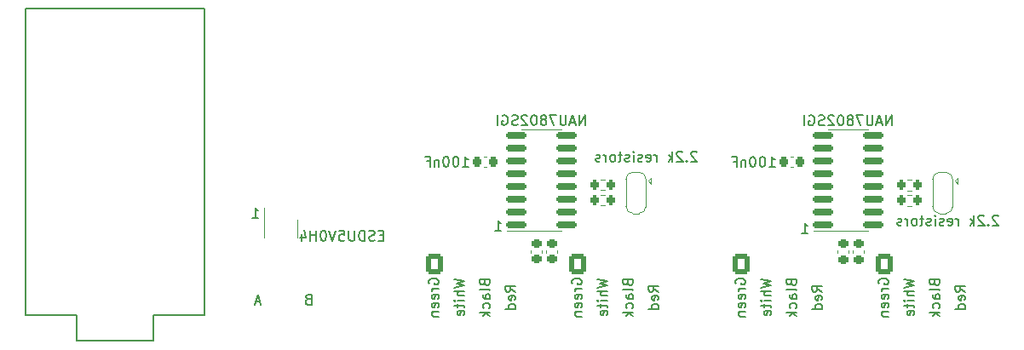
<source format=gbo>
G04 #@! TF.GenerationSoftware,KiCad,Pcbnew,(6.0.0)*
G04 #@! TF.CreationDate,2022-12-27T21:52:24-05:00*
G04 #@! TF.ProjectId,rp2040 rs485 scale breakout,72703230-3430-4207-9273-343835207363,rev?*
G04 #@! TF.SameCoordinates,Original*
G04 #@! TF.FileFunction,Legend,Bot*
G04 #@! TF.FilePolarity,Positive*
%FSLAX46Y46*%
G04 Gerber Fmt 4.6, Leading zero omitted, Abs format (unit mm)*
G04 Created by KiCad (PCBNEW (6.0.0)) date 2022-12-27 21:52:24*
%MOMM*%
%LPD*%
G01*
G04 APERTURE LIST*
G04 Aperture macros list*
%AMRoundRect*
0 Rectangle with rounded corners*
0 $1 Rounding radius*
0 $2 $3 $4 $5 $6 $7 $8 $9 X,Y pos of 4 corners*
0 Add a 4 corners polygon primitive as box body*
4,1,4,$2,$3,$4,$5,$6,$7,$8,$9,$2,$3,0*
0 Add four circle primitives for the rounded corners*
1,1,$1+$1,$2,$3*
1,1,$1+$1,$4,$5*
1,1,$1+$1,$6,$7*
1,1,$1+$1,$8,$9*
0 Add four rect primitives between the rounded corners*
20,1,$1+$1,$2,$3,$4,$5,0*
20,1,$1+$1,$4,$5,$6,$7,0*
20,1,$1+$1,$6,$7,$8,$9,0*
20,1,$1+$1,$8,$9,$2,$3,0*%
%AMFreePoly0*
4,1,22,0.550000,-0.750000,0.000000,-0.750000,0.000000,-0.745033,-0.079941,-0.743568,-0.215256,-0.701293,-0.333266,-0.622738,-0.424486,-0.514219,-0.481581,-0.384460,-0.499164,-0.250000,-0.500000,-0.250000,-0.500000,0.250000,-0.499164,0.250000,-0.499963,0.256109,-0.478152,0.396186,-0.417904,0.524511,-0.324060,0.630769,-0.204165,0.706417,-0.067858,0.745374,0.000000,0.744959,0.000000,0.750000,
0.550000,0.750000,0.550000,-0.750000,0.550000,-0.750000,$1*%
%AMFreePoly1*
4,1,20,0.000000,0.744959,0.073905,0.744508,0.209726,0.703889,0.328688,0.626782,0.421226,0.519385,0.479903,0.390333,0.500000,0.250000,0.500000,-0.250000,0.499851,-0.262216,0.476331,-0.402017,0.414519,-0.529596,0.319384,-0.634700,0.198574,-0.708877,0.061801,-0.746166,0.000000,-0.745033,0.000000,-0.750000,-0.550000,-0.750000,-0.550000,0.750000,0.000000,0.750000,0.000000,0.744959,
0.000000,0.744959,$1*%
G04 Aperture macros list end*
%ADD10C,0.150000*%
%ADD11C,0.120000*%
%ADD12R,1.524000X1.524000*%
%ADD13C,1.524000*%
%ADD14R,2.600000X2.600000*%
%ADD15C,2.600000*%
%ADD16RoundRect,0.250000X-0.600000X-0.725000X0.600000X-0.725000X0.600000X0.725000X-0.600000X0.725000X0*%
%ADD17O,1.700000X1.950000*%
%ADD18R,1.700000X1.700000*%
%ADD19C,3.200000*%
%ADD20R,1.600000X1.600000*%
%ADD21C,1.600000*%
%ADD22FreePoly0,270.000000*%
%ADD23R,1.500000X1.000000*%
%ADD24FreePoly1,270.000000*%
%ADD25RoundRect,0.200000X0.200000X0.275000X-0.200000X0.275000X-0.200000X-0.275000X0.200000X-0.275000X0*%
%ADD26R,0.650000X1.560000*%
%ADD27RoundRect,0.225000X-0.250000X0.225000X-0.250000X-0.225000X0.250000X-0.225000X0.250000X0.225000X0*%
%ADD28RoundRect,0.150000X-0.825000X-0.150000X0.825000X-0.150000X0.825000X0.150000X-0.825000X0.150000X0*%
%ADD29RoundRect,0.225000X0.225000X0.250000X-0.225000X0.250000X-0.225000X-0.250000X0.225000X-0.250000X0*%
G04 APERTURE END LIST*
D10*
X204414380Y-137858571D02*
X203938190Y-137525238D01*
X204414380Y-137287142D02*
X203414380Y-137287142D01*
X203414380Y-137668095D01*
X203462000Y-137763333D01*
X203509619Y-137810952D01*
X203604857Y-137858571D01*
X203747714Y-137858571D01*
X203842952Y-137810952D01*
X203890571Y-137763333D01*
X203938190Y-137668095D01*
X203938190Y-137287142D01*
X204366761Y-138668095D02*
X204414380Y-138572857D01*
X204414380Y-138382380D01*
X204366761Y-138287142D01*
X204271523Y-138239523D01*
X203890571Y-138239523D01*
X203795333Y-138287142D01*
X203747714Y-138382380D01*
X203747714Y-138572857D01*
X203795333Y-138668095D01*
X203890571Y-138715714D01*
X203985809Y-138715714D01*
X204081047Y-138239523D01*
X204414380Y-139572857D02*
X203414380Y-139572857D01*
X204366761Y-139572857D02*
X204414380Y-139477619D01*
X204414380Y-139287142D01*
X204366761Y-139191904D01*
X204319142Y-139144285D01*
X204223904Y-139096666D01*
X203938190Y-139096666D01*
X203842952Y-139144285D01*
X203795333Y-139191904D01*
X203747714Y-139287142D01*
X203747714Y-139477619D01*
X203795333Y-139572857D01*
X179586000Y-137072857D02*
X179538380Y-136977619D01*
X179538380Y-136834761D01*
X179586000Y-136691904D01*
X179681238Y-136596666D01*
X179776476Y-136549047D01*
X179966952Y-136501428D01*
X180109809Y-136501428D01*
X180300285Y-136549047D01*
X180395523Y-136596666D01*
X180490761Y-136691904D01*
X180538380Y-136834761D01*
X180538380Y-136930000D01*
X180490761Y-137072857D01*
X180443142Y-137120476D01*
X180109809Y-137120476D01*
X180109809Y-136930000D01*
X180538380Y-137549047D02*
X179871714Y-137549047D01*
X180062190Y-137549047D02*
X179966952Y-137596666D01*
X179919333Y-137644285D01*
X179871714Y-137739523D01*
X179871714Y-137834761D01*
X180490761Y-138549047D02*
X180538380Y-138453809D01*
X180538380Y-138263333D01*
X180490761Y-138168095D01*
X180395523Y-138120476D01*
X180014571Y-138120476D01*
X179919333Y-138168095D01*
X179871714Y-138263333D01*
X179871714Y-138453809D01*
X179919333Y-138549047D01*
X180014571Y-138596666D01*
X180109809Y-138596666D01*
X180205047Y-138120476D01*
X180490761Y-139406190D02*
X180538380Y-139310952D01*
X180538380Y-139120476D01*
X180490761Y-139025238D01*
X180395523Y-138977619D01*
X180014571Y-138977619D01*
X179919333Y-139025238D01*
X179871714Y-139120476D01*
X179871714Y-139310952D01*
X179919333Y-139406190D01*
X180014571Y-139453809D01*
X180109809Y-139453809D01*
X180205047Y-138977619D01*
X179871714Y-139882380D02*
X180538380Y-139882380D01*
X179966952Y-139882380D02*
X179919333Y-139930000D01*
X179871714Y-140025238D01*
X179871714Y-140168095D01*
X179919333Y-140263333D01*
X180014571Y-140310952D01*
X180538380Y-140310952D01*
X173934380Y-137858571D02*
X173458190Y-137525238D01*
X173934380Y-137287142D02*
X172934380Y-137287142D01*
X172934380Y-137668095D01*
X172982000Y-137763333D01*
X173029619Y-137810952D01*
X173124857Y-137858571D01*
X173267714Y-137858571D01*
X173362952Y-137810952D01*
X173410571Y-137763333D01*
X173458190Y-137668095D01*
X173458190Y-137287142D01*
X173886761Y-138668095D02*
X173934380Y-138572857D01*
X173934380Y-138382380D01*
X173886761Y-138287142D01*
X173791523Y-138239523D01*
X173410571Y-138239523D01*
X173315333Y-138287142D01*
X173267714Y-138382380D01*
X173267714Y-138572857D01*
X173315333Y-138668095D01*
X173410571Y-138715714D01*
X173505809Y-138715714D01*
X173601047Y-138239523D01*
X173934380Y-139572857D02*
X172934380Y-139572857D01*
X173886761Y-139572857D02*
X173934380Y-139477619D01*
X173934380Y-139287142D01*
X173886761Y-139191904D01*
X173839142Y-139144285D01*
X173743904Y-139096666D01*
X173458190Y-139096666D01*
X173362952Y-139144285D01*
X173315333Y-139191904D01*
X173267714Y-139287142D01*
X173267714Y-139477619D01*
X173315333Y-139572857D01*
X221939809Y-130357619D02*
X221892190Y-130310000D01*
X221796952Y-130262380D01*
X221558857Y-130262380D01*
X221463619Y-130310000D01*
X221416000Y-130357619D01*
X221368380Y-130452857D01*
X221368380Y-130548095D01*
X221416000Y-130690952D01*
X221987428Y-131262380D01*
X221368380Y-131262380D01*
X220939809Y-131167142D02*
X220892190Y-131214761D01*
X220939809Y-131262380D01*
X220987428Y-131214761D01*
X220939809Y-131167142D01*
X220939809Y-131262380D01*
X220511238Y-130357619D02*
X220463619Y-130310000D01*
X220368380Y-130262380D01*
X220130285Y-130262380D01*
X220035047Y-130310000D01*
X219987428Y-130357619D01*
X219939809Y-130452857D01*
X219939809Y-130548095D01*
X219987428Y-130690952D01*
X220558857Y-131262380D01*
X219939809Y-131262380D01*
X219511238Y-131262380D02*
X219511238Y-130262380D01*
X219416000Y-130881428D02*
X219130285Y-131262380D01*
X219130285Y-130595714D02*
X219511238Y-130976666D01*
X217939809Y-131262380D02*
X217939809Y-130595714D01*
X217939809Y-130786190D02*
X217892190Y-130690952D01*
X217844571Y-130643333D01*
X217749333Y-130595714D01*
X217654095Y-130595714D01*
X216939809Y-131214761D02*
X217035047Y-131262380D01*
X217225523Y-131262380D01*
X217320761Y-131214761D01*
X217368380Y-131119523D01*
X217368380Y-130738571D01*
X217320761Y-130643333D01*
X217225523Y-130595714D01*
X217035047Y-130595714D01*
X216939809Y-130643333D01*
X216892190Y-130738571D01*
X216892190Y-130833809D01*
X217368380Y-130929047D01*
X216511238Y-131214761D02*
X216416000Y-131262380D01*
X216225523Y-131262380D01*
X216130285Y-131214761D01*
X216082666Y-131119523D01*
X216082666Y-131071904D01*
X216130285Y-130976666D01*
X216225523Y-130929047D01*
X216368380Y-130929047D01*
X216463619Y-130881428D01*
X216511238Y-130786190D01*
X216511238Y-130738571D01*
X216463619Y-130643333D01*
X216368380Y-130595714D01*
X216225523Y-130595714D01*
X216130285Y-130643333D01*
X215654095Y-131262380D02*
X215654095Y-130595714D01*
X215654095Y-130262380D02*
X215701714Y-130310000D01*
X215654095Y-130357619D01*
X215606476Y-130310000D01*
X215654095Y-130262380D01*
X215654095Y-130357619D01*
X215225523Y-131214761D02*
X215130285Y-131262380D01*
X214939809Y-131262380D01*
X214844571Y-131214761D01*
X214796952Y-131119523D01*
X214796952Y-131071904D01*
X214844571Y-130976666D01*
X214939809Y-130929047D01*
X215082666Y-130929047D01*
X215177904Y-130881428D01*
X215225523Y-130786190D01*
X215225523Y-130738571D01*
X215177904Y-130643333D01*
X215082666Y-130595714D01*
X214939809Y-130595714D01*
X214844571Y-130643333D01*
X214511238Y-130595714D02*
X214130285Y-130595714D01*
X214368380Y-130262380D02*
X214368380Y-131119523D01*
X214320761Y-131214761D01*
X214225523Y-131262380D01*
X214130285Y-131262380D01*
X213654095Y-131262380D02*
X213749333Y-131214761D01*
X213796952Y-131167142D01*
X213844571Y-131071904D01*
X213844571Y-130786190D01*
X213796952Y-130690952D01*
X213749333Y-130643333D01*
X213654095Y-130595714D01*
X213511238Y-130595714D01*
X213416000Y-130643333D01*
X213368380Y-130690952D01*
X213320761Y-130786190D01*
X213320761Y-131071904D01*
X213368380Y-131167142D01*
X213416000Y-131214761D01*
X213511238Y-131262380D01*
X213654095Y-131262380D01*
X212892190Y-131262380D02*
X212892190Y-130595714D01*
X212892190Y-130786190D02*
X212844571Y-130690952D01*
X212796952Y-130643333D01*
X212701714Y-130595714D01*
X212606476Y-130595714D01*
X212320761Y-131214761D02*
X212225523Y-131262380D01*
X212035047Y-131262380D01*
X211939809Y-131214761D01*
X211892190Y-131119523D01*
X211892190Y-131071904D01*
X211939809Y-130976666D01*
X212035047Y-130929047D01*
X212177904Y-130929047D01*
X212273142Y-130881428D01*
X212320761Y-130786190D01*
X212320761Y-130738571D01*
X212273142Y-130643333D01*
X212177904Y-130595714D01*
X212035047Y-130595714D01*
X211939809Y-130643333D01*
X212558380Y-136596666D02*
X213558380Y-136834761D01*
X212844095Y-137025238D01*
X213558380Y-137215714D01*
X212558380Y-137453809D01*
X213558380Y-137834761D02*
X212558380Y-137834761D01*
X213558380Y-138263333D02*
X213034571Y-138263333D01*
X212939333Y-138215714D01*
X212891714Y-138120476D01*
X212891714Y-137977619D01*
X212939333Y-137882380D01*
X212986952Y-137834761D01*
X213558380Y-138739523D02*
X212891714Y-138739523D01*
X212558380Y-138739523D02*
X212606000Y-138691904D01*
X212653619Y-138739523D01*
X212606000Y-138787142D01*
X212558380Y-138739523D01*
X212653619Y-138739523D01*
X212891714Y-139072857D02*
X212891714Y-139453809D01*
X212558380Y-139215714D02*
X213415523Y-139215714D01*
X213510761Y-139263333D01*
X213558380Y-139358571D01*
X213558380Y-139453809D01*
X213510761Y-140168095D02*
X213558380Y-140072857D01*
X213558380Y-139882380D01*
X213510761Y-139787142D01*
X213415523Y-139739523D01*
X213034571Y-139739523D01*
X212939333Y-139787142D01*
X212891714Y-139882380D01*
X212891714Y-140072857D01*
X212939333Y-140168095D01*
X213034571Y-140215714D01*
X213129809Y-140215714D01*
X213225047Y-139739523D01*
X148574095Y-138850666D02*
X148097904Y-138850666D01*
X148669333Y-139136380D02*
X148336000Y-138136380D01*
X148002666Y-139136380D01*
X218638380Y-137858571D02*
X218162190Y-137525238D01*
X218638380Y-137287142D02*
X217638380Y-137287142D01*
X217638380Y-137668095D01*
X217686000Y-137763333D01*
X217733619Y-137810952D01*
X217828857Y-137858571D01*
X217971714Y-137858571D01*
X218066952Y-137810952D01*
X218114571Y-137763333D01*
X218162190Y-137668095D01*
X218162190Y-137287142D01*
X218590761Y-138668095D02*
X218638380Y-138572857D01*
X218638380Y-138382380D01*
X218590761Y-138287142D01*
X218495523Y-138239523D01*
X218114571Y-138239523D01*
X218019333Y-138287142D01*
X217971714Y-138382380D01*
X217971714Y-138572857D01*
X218019333Y-138668095D01*
X218114571Y-138715714D01*
X218209809Y-138715714D01*
X218305047Y-138239523D01*
X218638380Y-139572857D02*
X217638380Y-139572857D01*
X218590761Y-139572857D02*
X218638380Y-139477619D01*
X218638380Y-139287142D01*
X218590761Y-139191904D01*
X218543142Y-139144285D01*
X218447904Y-139096666D01*
X218162190Y-139096666D01*
X218066952Y-139144285D01*
X218019333Y-139191904D01*
X217971714Y-139287142D01*
X217971714Y-139477619D01*
X218019333Y-139572857D01*
X147796285Y-130500380D02*
X148367714Y-130500380D01*
X148082000Y-130500380D02*
X148082000Y-129500380D01*
X148177238Y-129643238D01*
X148272476Y-129738476D01*
X148367714Y-129786095D01*
X191967809Y-124007619D02*
X191920190Y-123960000D01*
X191824952Y-123912380D01*
X191586857Y-123912380D01*
X191491619Y-123960000D01*
X191444000Y-124007619D01*
X191396380Y-124102857D01*
X191396380Y-124198095D01*
X191444000Y-124340952D01*
X192015428Y-124912380D01*
X191396380Y-124912380D01*
X190967809Y-124817142D02*
X190920190Y-124864761D01*
X190967809Y-124912380D01*
X191015428Y-124864761D01*
X190967809Y-124817142D01*
X190967809Y-124912380D01*
X190539238Y-124007619D02*
X190491619Y-123960000D01*
X190396380Y-123912380D01*
X190158285Y-123912380D01*
X190063047Y-123960000D01*
X190015428Y-124007619D01*
X189967809Y-124102857D01*
X189967809Y-124198095D01*
X190015428Y-124340952D01*
X190586857Y-124912380D01*
X189967809Y-124912380D01*
X189539238Y-124912380D02*
X189539238Y-123912380D01*
X189444000Y-124531428D02*
X189158285Y-124912380D01*
X189158285Y-124245714D02*
X189539238Y-124626666D01*
X187967809Y-124912380D02*
X187967809Y-124245714D01*
X187967809Y-124436190D02*
X187920190Y-124340952D01*
X187872571Y-124293333D01*
X187777333Y-124245714D01*
X187682095Y-124245714D01*
X186967809Y-124864761D02*
X187063047Y-124912380D01*
X187253523Y-124912380D01*
X187348761Y-124864761D01*
X187396380Y-124769523D01*
X187396380Y-124388571D01*
X187348761Y-124293333D01*
X187253523Y-124245714D01*
X187063047Y-124245714D01*
X186967809Y-124293333D01*
X186920190Y-124388571D01*
X186920190Y-124483809D01*
X187396380Y-124579047D01*
X186539238Y-124864761D02*
X186444000Y-124912380D01*
X186253523Y-124912380D01*
X186158285Y-124864761D01*
X186110666Y-124769523D01*
X186110666Y-124721904D01*
X186158285Y-124626666D01*
X186253523Y-124579047D01*
X186396380Y-124579047D01*
X186491619Y-124531428D01*
X186539238Y-124436190D01*
X186539238Y-124388571D01*
X186491619Y-124293333D01*
X186396380Y-124245714D01*
X186253523Y-124245714D01*
X186158285Y-124293333D01*
X185682095Y-124912380D02*
X185682095Y-124245714D01*
X185682095Y-123912380D02*
X185729714Y-123960000D01*
X185682095Y-124007619D01*
X185634476Y-123960000D01*
X185682095Y-123912380D01*
X185682095Y-124007619D01*
X185253523Y-124864761D02*
X185158285Y-124912380D01*
X184967809Y-124912380D01*
X184872571Y-124864761D01*
X184824952Y-124769523D01*
X184824952Y-124721904D01*
X184872571Y-124626666D01*
X184967809Y-124579047D01*
X185110666Y-124579047D01*
X185205904Y-124531428D01*
X185253523Y-124436190D01*
X185253523Y-124388571D01*
X185205904Y-124293333D01*
X185110666Y-124245714D01*
X184967809Y-124245714D01*
X184872571Y-124293333D01*
X184539238Y-124245714D02*
X184158285Y-124245714D01*
X184396380Y-123912380D02*
X184396380Y-124769523D01*
X184348761Y-124864761D01*
X184253523Y-124912380D01*
X184158285Y-124912380D01*
X183682095Y-124912380D02*
X183777333Y-124864761D01*
X183824952Y-124817142D01*
X183872571Y-124721904D01*
X183872571Y-124436190D01*
X183824952Y-124340952D01*
X183777333Y-124293333D01*
X183682095Y-124245714D01*
X183539238Y-124245714D01*
X183444000Y-124293333D01*
X183396380Y-124340952D01*
X183348761Y-124436190D01*
X183348761Y-124721904D01*
X183396380Y-124817142D01*
X183444000Y-124864761D01*
X183539238Y-124912380D01*
X183682095Y-124912380D01*
X182920190Y-124912380D02*
X182920190Y-124245714D01*
X182920190Y-124436190D02*
X182872571Y-124340952D01*
X182824952Y-124293333D01*
X182729714Y-124245714D01*
X182634476Y-124245714D01*
X182348761Y-124864761D02*
X182253523Y-124912380D01*
X182063047Y-124912380D01*
X181967809Y-124864761D01*
X181920190Y-124769523D01*
X181920190Y-124721904D01*
X181967809Y-124626666D01*
X182063047Y-124579047D01*
X182205904Y-124579047D01*
X182301142Y-124531428D01*
X182348761Y-124436190D01*
X182348761Y-124388571D01*
X182301142Y-124293333D01*
X182205904Y-124245714D01*
X182063047Y-124245714D01*
X181967809Y-124293333D01*
X185094571Y-136953809D02*
X185142190Y-137096666D01*
X185189809Y-137144285D01*
X185285047Y-137191904D01*
X185427904Y-137191904D01*
X185523142Y-137144285D01*
X185570761Y-137096666D01*
X185618380Y-137001428D01*
X185618380Y-136620476D01*
X184618380Y-136620476D01*
X184618380Y-136953809D01*
X184666000Y-137049047D01*
X184713619Y-137096666D01*
X184808857Y-137144285D01*
X184904095Y-137144285D01*
X184999333Y-137096666D01*
X185046952Y-137049047D01*
X185094571Y-136953809D01*
X185094571Y-136620476D01*
X185618380Y-137763333D02*
X185570761Y-137668095D01*
X185475523Y-137620476D01*
X184618380Y-137620476D01*
X185618380Y-138572857D02*
X185094571Y-138572857D01*
X184999333Y-138525238D01*
X184951714Y-138430000D01*
X184951714Y-138239523D01*
X184999333Y-138144285D01*
X185570761Y-138572857D02*
X185618380Y-138477619D01*
X185618380Y-138239523D01*
X185570761Y-138144285D01*
X185475523Y-138096666D01*
X185380285Y-138096666D01*
X185285047Y-138144285D01*
X185237428Y-138239523D01*
X185237428Y-138477619D01*
X185189809Y-138572857D01*
X185570761Y-139477619D02*
X185618380Y-139382380D01*
X185618380Y-139191904D01*
X185570761Y-139096666D01*
X185523142Y-139049047D01*
X185427904Y-139001428D01*
X185142190Y-139001428D01*
X185046952Y-139049047D01*
X184999333Y-139096666D01*
X184951714Y-139191904D01*
X184951714Y-139382380D01*
X184999333Y-139477619D01*
X185618380Y-139906190D02*
X184618380Y-139906190D01*
X185237428Y-140001428D02*
X185618380Y-140287142D01*
X184951714Y-140287142D02*
X185332666Y-139906190D01*
X167854380Y-136596666D02*
X168854380Y-136834761D01*
X168140095Y-137025238D01*
X168854380Y-137215714D01*
X167854380Y-137453809D01*
X168854380Y-137834761D02*
X167854380Y-137834761D01*
X168854380Y-138263333D02*
X168330571Y-138263333D01*
X168235333Y-138215714D01*
X168187714Y-138120476D01*
X168187714Y-137977619D01*
X168235333Y-137882380D01*
X168282952Y-137834761D01*
X168854380Y-138739523D02*
X168187714Y-138739523D01*
X167854380Y-138739523D02*
X167902000Y-138691904D01*
X167949619Y-138739523D01*
X167902000Y-138787142D01*
X167854380Y-138739523D01*
X167949619Y-138739523D01*
X168187714Y-139072857D02*
X168187714Y-139453809D01*
X167854380Y-139215714D02*
X168711523Y-139215714D01*
X168806761Y-139263333D01*
X168854380Y-139358571D01*
X168854380Y-139453809D01*
X168806761Y-140168095D02*
X168854380Y-140072857D01*
X168854380Y-139882380D01*
X168806761Y-139787142D01*
X168711523Y-139739523D01*
X168330571Y-139739523D01*
X168235333Y-139787142D01*
X168187714Y-139882380D01*
X168187714Y-140072857D01*
X168235333Y-140168095D01*
X168330571Y-140215714D01*
X168425809Y-140215714D01*
X168521047Y-139739523D01*
X195842000Y-137072857D02*
X195794380Y-136977619D01*
X195794380Y-136834761D01*
X195842000Y-136691904D01*
X195937238Y-136596666D01*
X196032476Y-136549047D01*
X196222952Y-136501428D01*
X196365809Y-136501428D01*
X196556285Y-136549047D01*
X196651523Y-136596666D01*
X196746761Y-136691904D01*
X196794380Y-136834761D01*
X196794380Y-136930000D01*
X196746761Y-137072857D01*
X196699142Y-137120476D01*
X196365809Y-137120476D01*
X196365809Y-136930000D01*
X196794380Y-137549047D02*
X196127714Y-137549047D01*
X196318190Y-137549047D02*
X196222952Y-137596666D01*
X196175333Y-137644285D01*
X196127714Y-137739523D01*
X196127714Y-137834761D01*
X196746761Y-138549047D02*
X196794380Y-138453809D01*
X196794380Y-138263333D01*
X196746761Y-138168095D01*
X196651523Y-138120476D01*
X196270571Y-138120476D01*
X196175333Y-138168095D01*
X196127714Y-138263333D01*
X196127714Y-138453809D01*
X196175333Y-138549047D01*
X196270571Y-138596666D01*
X196365809Y-138596666D01*
X196461047Y-138120476D01*
X196746761Y-139406190D02*
X196794380Y-139310952D01*
X196794380Y-139120476D01*
X196746761Y-139025238D01*
X196651523Y-138977619D01*
X196270571Y-138977619D01*
X196175333Y-139025238D01*
X196127714Y-139120476D01*
X196127714Y-139310952D01*
X196175333Y-139406190D01*
X196270571Y-139453809D01*
X196365809Y-139453809D01*
X196461047Y-138977619D01*
X196127714Y-139882380D02*
X196794380Y-139882380D01*
X196222952Y-139882380D02*
X196175333Y-139930000D01*
X196127714Y-140025238D01*
X196127714Y-140168095D01*
X196175333Y-140263333D01*
X196270571Y-140310952D01*
X196794380Y-140310952D01*
X215574571Y-136953809D02*
X215622190Y-137096666D01*
X215669809Y-137144285D01*
X215765047Y-137191904D01*
X215907904Y-137191904D01*
X216003142Y-137144285D01*
X216050761Y-137096666D01*
X216098380Y-137001428D01*
X216098380Y-136620476D01*
X215098380Y-136620476D01*
X215098380Y-136953809D01*
X215146000Y-137049047D01*
X215193619Y-137096666D01*
X215288857Y-137144285D01*
X215384095Y-137144285D01*
X215479333Y-137096666D01*
X215526952Y-137049047D01*
X215574571Y-136953809D01*
X215574571Y-136620476D01*
X216098380Y-137763333D02*
X216050761Y-137668095D01*
X215955523Y-137620476D01*
X215098380Y-137620476D01*
X216098380Y-138572857D02*
X215574571Y-138572857D01*
X215479333Y-138525238D01*
X215431714Y-138430000D01*
X215431714Y-138239523D01*
X215479333Y-138144285D01*
X216050761Y-138572857D02*
X216098380Y-138477619D01*
X216098380Y-138239523D01*
X216050761Y-138144285D01*
X215955523Y-138096666D01*
X215860285Y-138096666D01*
X215765047Y-138144285D01*
X215717428Y-138239523D01*
X215717428Y-138477619D01*
X215669809Y-138572857D01*
X216050761Y-139477619D02*
X216098380Y-139382380D01*
X216098380Y-139191904D01*
X216050761Y-139096666D01*
X216003142Y-139049047D01*
X215907904Y-139001428D01*
X215622190Y-139001428D01*
X215526952Y-139049047D01*
X215479333Y-139096666D01*
X215431714Y-139191904D01*
X215431714Y-139382380D01*
X215479333Y-139477619D01*
X216098380Y-139906190D02*
X215098380Y-139906190D01*
X215717428Y-140001428D02*
X216098380Y-140287142D01*
X215431714Y-140287142D02*
X215812666Y-139906190D01*
X170870571Y-136953809D02*
X170918190Y-137096666D01*
X170965809Y-137144285D01*
X171061047Y-137191904D01*
X171203904Y-137191904D01*
X171299142Y-137144285D01*
X171346761Y-137096666D01*
X171394380Y-137001428D01*
X171394380Y-136620476D01*
X170394380Y-136620476D01*
X170394380Y-136953809D01*
X170442000Y-137049047D01*
X170489619Y-137096666D01*
X170584857Y-137144285D01*
X170680095Y-137144285D01*
X170775333Y-137096666D01*
X170822952Y-137049047D01*
X170870571Y-136953809D01*
X170870571Y-136620476D01*
X171394380Y-137763333D02*
X171346761Y-137668095D01*
X171251523Y-137620476D01*
X170394380Y-137620476D01*
X171394380Y-138572857D02*
X170870571Y-138572857D01*
X170775333Y-138525238D01*
X170727714Y-138430000D01*
X170727714Y-138239523D01*
X170775333Y-138144285D01*
X171346761Y-138572857D02*
X171394380Y-138477619D01*
X171394380Y-138239523D01*
X171346761Y-138144285D01*
X171251523Y-138096666D01*
X171156285Y-138096666D01*
X171061047Y-138144285D01*
X171013428Y-138239523D01*
X171013428Y-138477619D01*
X170965809Y-138572857D01*
X171346761Y-139477619D02*
X171394380Y-139382380D01*
X171394380Y-139191904D01*
X171346761Y-139096666D01*
X171299142Y-139049047D01*
X171203904Y-139001428D01*
X170918190Y-139001428D01*
X170822952Y-139049047D01*
X170775333Y-139096666D01*
X170727714Y-139191904D01*
X170727714Y-139382380D01*
X170775333Y-139477619D01*
X171394380Y-139906190D02*
X170394380Y-139906190D01*
X171013428Y-140001428D02*
X171394380Y-140287142D01*
X170727714Y-140287142D02*
X171108666Y-139906190D01*
X171926285Y-131770380D02*
X172497714Y-131770380D01*
X172212000Y-131770380D02*
X172212000Y-130770380D01*
X172307238Y-130913238D01*
X172402476Y-131008476D01*
X172497714Y-131056095D01*
X198334380Y-136596666D02*
X199334380Y-136834761D01*
X198620095Y-137025238D01*
X199334380Y-137215714D01*
X198334380Y-137453809D01*
X199334380Y-137834761D02*
X198334380Y-137834761D01*
X199334380Y-138263333D02*
X198810571Y-138263333D01*
X198715333Y-138215714D01*
X198667714Y-138120476D01*
X198667714Y-137977619D01*
X198715333Y-137882380D01*
X198762952Y-137834761D01*
X199334380Y-138739523D02*
X198667714Y-138739523D01*
X198334380Y-138739523D02*
X198382000Y-138691904D01*
X198429619Y-138739523D01*
X198382000Y-138787142D01*
X198334380Y-138739523D01*
X198429619Y-138739523D01*
X198667714Y-139072857D02*
X198667714Y-139453809D01*
X198334380Y-139215714D02*
X199191523Y-139215714D01*
X199286761Y-139263333D01*
X199334380Y-139358571D01*
X199334380Y-139453809D01*
X199286761Y-140168095D02*
X199334380Y-140072857D01*
X199334380Y-139882380D01*
X199286761Y-139787142D01*
X199191523Y-139739523D01*
X198810571Y-139739523D01*
X198715333Y-139787142D01*
X198667714Y-139882380D01*
X198667714Y-140072857D01*
X198715333Y-140168095D01*
X198810571Y-140215714D01*
X198905809Y-140215714D01*
X199001047Y-139739523D01*
X153344571Y-138612571D02*
X153201714Y-138660190D01*
X153154095Y-138707809D01*
X153106476Y-138803047D01*
X153106476Y-138945904D01*
X153154095Y-139041142D01*
X153201714Y-139088761D01*
X153296952Y-139136380D01*
X153677904Y-139136380D01*
X153677904Y-138136380D01*
X153344571Y-138136380D01*
X153249333Y-138184000D01*
X153201714Y-138231619D01*
X153154095Y-138326857D01*
X153154095Y-138422095D01*
X153201714Y-138517333D01*
X153249333Y-138564952D01*
X153344571Y-138612571D01*
X153677904Y-138612571D01*
X165362000Y-137072857D02*
X165314380Y-136977619D01*
X165314380Y-136834761D01*
X165362000Y-136691904D01*
X165457238Y-136596666D01*
X165552476Y-136549047D01*
X165742952Y-136501428D01*
X165885809Y-136501428D01*
X166076285Y-136549047D01*
X166171523Y-136596666D01*
X166266761Y-136691904D01*
X166314380Y-136834761D01*
X166314380Y-136930000D01*
X166266761Y-137072857D01*
X166219142Y-137120476D01*
X165885809Y-137120476D01*
X165885809Y-136930000D01*
X166314380Y-137549047D02*
X165647714Y-137549047D01*
X165838190Y-137549047D02*
X165742952Y-137596666D01*
X165695333Y-137644285D01*
X165647714Y-137739523D01*
X165647714Y-137834761D01*
X166266761Y-138549047D02*
X166314380Y-138453809D01*
X166314380Y-138263333D01*
X166266761Y-138168095D01*
X166171523Y-138120476D01*
X165790571Y-138120476D01*
X165695333Y-138168095D01*
X165647714Y-138263333D01*
X165647714Y-138453809D01*
X165695333Y-138549047D01*
X165790571Y-138596666D01*
X165885809Y-138596666D01*
X165981047Y-138120476D01*
X166266761Y-139406190D02*
X166314380Y-139310952D01*
X166314380Y-139120476D01*
X166266761Y-139025238D01*
X166171523Y-138977619D01*
X165790571Y-138977619D01*
X165695333Y-139025238D01*
X165647714Y-139120476D01*
X165647714Y-139310952D01*
X165695333Y-139406190D01*
X165790571Y-139453809D01*
X165885809Y-139453809D01*
X165981047Y-138977619D01*
X165647714Y-139882380D02*
X166314380Y-139882380D01*
X165742952Y-139882380D02*
X165695333Y-139930000D01*
X165647714Y-140025238D01*
X165647714Y-140168095D01*
X165695333Y-140263333D01*
X165790571Y-140310952D01*
X166314380Y-140310952D01*
X182078380Y-136596666D02*
X183078380Y-136834761D01*
X182364095Y-137025238D01*
X183078380Y-137215714D01*
X182078380Y-137453809D01*
X183078380Y-137834761D02*
X182078380Y-137834761D01*
X183078380Y-138263333D02*
X182554571Y-138263333D01*
X182459333Y-138215714D01*
X182411714Y-138120476D01*
X182411714Y-137977619D01*
X182459333Y-137882380D01*
X182506952Y-137834761D01*
X183078380Y-138739523D02*
X182411714Y-138739523D01*
X182078380Y-138739523D02*
X182126000Y-138691904D01*
X182173619Y-138739523D01*
X182126000Y-138787142D01*
X182078380Y-138739523D01*
X182173619Y-138739523D01*
X182411714Y-139072857D02*
X182411714Y-139453809D01*
X182078380Y-139215714D02*
X182935523Y-139215714D01*
X183030761Y-139263333D01*
X183078380Y-139358571D01*
X183078380Y-139453809D01*
X183030761Y-140168095D02*
X183078380Y-140072857D01*
X183078380Y-139882380D01*
X183030761Y-139787142D01*
X182935523Y-139739523D01*
X182554571Y-139739523D01*
X182459333Y-139787142D01*
X182411714Y-139882380D01*
X182411714Y-140072857D01*
X182459333Y-140168095D01*
X182554571Y-140215714D01*
X182649809Y-140215714D01*
X182745047Y-139739523D01*
X201350571Y-136953809D02*
X201398190Y-137096666D01*
X201445809Y-137144285D01*
X201541047Y-137191904D01*
X201683904Y-137191904D01*
X201779142Y-137144285D01*
X201826761Y-137096666D01*
X201874380Y-137001428D01*
X201874380Y-136620476D01*
X200874380Y-136620476D01*
X200874380Y-136953809D01*
X200922000Y-137049047D01*
X200969619Y-137096666D01*
X201064857Y-137144285D01*
X201160095Y-137144285D01*
X201255333Y-137096666D01*
X201302952Y-137049047D01*
X201350571Y-136953809D01*
X201350571Y-136620476D01*
X201874380Y-137763333D02*
X201826761Y-137668095D01*
X201731523Y-137620476D01*
X200874380Y-137620476D01*
X201874380Y-138572857D02*
X201350571Y-138572857D01*
X201255333Y-138525238D01*
X201207714Y-138430000D01*
X201207714Y-138239523D01*
X201255333Y-138144285D01*
X201826761Y-138572857D02*
X201874380Y-138477619D01*
X201874380Y-138239523D01*
X201826761Y-138144285D01*
X201731523Y-138096666D01*
X201636285Y-138096666D01*
X201541047Y-138144285D01*
X201493428Y-138239523D01*
X201493428Y-138477619D01*
X201445809Y-138572857D01*
X201826761Y-139477619D02*
X201874380Y-139382380D01*
X201874380Y-139191904D01*
X201826761Y-139096666D01*
X201779142Y-139049047D01*
X201683904Y-139001428D01*
X201398190Y-139001428D01*
X201302952Y-139049047D01*
X201255333Y-139096666D01*
X201207714Y-139191904D01*
X201207714Y-139382380D01*
X201255333Y-139477619D01*
X201874380Y-139906190D02*
X200874380Y-139906190D01*
X201493428Y-140001428D02*
X201874380Y-140287142D01*
X201207714Y-140287142D02*
X201588666Y-139906190D01*
X202406285Y-132024380D02*
X202977714Y-132024380D01*
X202692000Y-132024380D02*
X202692000Y-131024380D01*
X202787238Y-131167238D01*
X202882476Y-131262476D01*
X202977714Y-131310095D01*
X188158380Y-137858571D02*
X187682190Y-137525238D01*
X188158380Y-137287142D02*
X187158380Y-137287142D01*
X187158380Y-137668095D01*
X187206000Y-137763333D01*
X187253619Y-137810952D01*
X187348857Y-137858571D01*
X187491714Y-137858571D01*
X187586952Y-137810952D01*
X187634571Y-137763333D01*
X187682190Y-137668095D01*
X187682190Y-137287142D01*
X188110761Y-138668095D02*
X188158380Y-138572857D01*
X188158380Y-138382380D01*
X188110761Y-138287142D01*
X188015523Y-138239523D01*
X187634571Y-138239523D01*
X187539333Y-138287142D01*
X187491714Y-138382380D01*
X187491714Y-138572857D01*
X187539333Y-138668095D01*
X187634571Y-138715714D01*
X187729809Y-138715714D01*
X187825047Y-138239523D01*
X188158380Y-139572857D02*
X187158380Y-139572857D01*
X188110761Y-139572857D02*
X188158380Y-139477619D01*
X188158380Y-139287142D01*
X188110761Y-139191904D01*
X188063142Y-139144285D01*
X187967904Y-139096666D01*
X187682190Y-139096666D01*
X187586952Y-139144285D01*
X187539333Y-139191904D01*
X187491714Y-139287142D01*
X187491714Y-139477619D01*
X187539333Y-139572857D01*
X210066000Y-137072857D02*
X210018380Y-136977619D01*
X210018380Y-136834761D01*
X210066000Y-136691904D01*
X210161238Y-136596666D01*
X210256476Y-136549047D01*
X210446952Y-136501428D01*
X210589809Y-136501428D01*
X210780285Y-136549047D01*
X210875523Y-136596666D01*
X210970761Y-136691904D01*
X211018380Y-136834761D01*
X211018380Y-136930000D01*
X210970761Y-137072857D01*
X210923142Y-137120476D01*
X210589809Y-137120476D01*
X210589809Y-136930000D01*
X211018380Y-137549047D02*
X210351714Y-137549047D01*
X210542190Y-137549047D02*
X210446952Y-137596666D01*
X210399333Y-137644285D01*
X210351714Y-137739523D01*
X210351714Y-137834761D01*
X210970761Y-138549047D02*
X211018380Y-138453809D01*
X211018380Y-138263333D01*
X210970761Y-138168095D01*
X210875523Y-138120476D01*
X210494571Y-138120476D01*
X210399333Y-138168095D01*
X210351714Y-138263333D01*
X210351714Y-138453809D01*
X210399333Y-138549047D01*
X210494571Y-138596666D01*
X210589809Y-138596666D01*
X210685047Y-138120476D01*
X210970761Y-139406190D02*
X211018380Y-139310952D01*
X211018380Y-139120476D01*
X210970761Y-139025238D01*
X210875523Y-138977619D01*
X210494571Y-138977619D01*
X210399333Y-139025238D01*
X210351714Y-139120476D01*
X210351714Y-139310952D01*
X210399333Y-139406190D01*
X210494571Y-139453809D01*
X210589809Y-139453809D01*
X210685047Y-138977619D01*
X210351714Y-139882380D02*
X211018380Y-139882380D01*
X210446952Y-139882380D02*
X210399333Y-139930000D01*
X210351714Y-140025238D01*
X210351714Y-140168095D01*
X210399333Y-140263333D01*
X210494571Y-140310952D01*
X211018380Y-140310952D01*
X160813238Y-132262571D02*
X160479904Y-132262571D01*
X160337047Y-132786380D02*
X160813238Y-132786380D01*
X160813238Y-131786380D01*
X160337047Y-131786380D01*
X159956095Y-132738761D02*
X159813238Y-132786380D01*
X159575142Y-132786380D01*
X159479904Y-132738761D01*
X159432285Y-132691142D01*
X159384666Y-132595904D01*
X159384666Y-132500666D01*
X159432285Y-132405428D01*
X159479904Y-132357809D01*
X159575142Y-132310190D01*
X159765619Y-132262571D01*
X159860857Y-132214952D01*
X159908476Y-132167333D01*
X159956095Y-132072095D01*
X159956095Y-131976857D01*
X159908476Y-131881619D01*
X159860857Y-131834000D01*
X159765619Y-131786380D01*
X159527523Y-131786380D01*
X159384666Y-131834000D01*
X158956095Y-132786380D02*
X158956095Y-131786380D01*
X158718000Y-131786380D01*
X158575142Y-131834000D01*
X158479904Y-131929238D01*
X158432285Y-132024476D01*
X158384666Y-132214952D01*
X158384666Y-132357809D01*
X158432285Y-132548285D01*
X158479904Y-132643523D01*
X158575142Y-132738761D01*
X158718000Y-132786380D01*
X158956095Y-132786380D01*
X157956095Y-131786380D02*
X157956095Y-132595904D01*
X157908476Y-132691142D01*
X157860857Y-132738761D01*
X157765619Y-132786380D01*
X157575142Y-132786380D01*
X157479904Y-132738761D01*
X157432285Y-132691142D01*
X157384666Y-132595904D01*
X157384666Y-131786380D01*
X156432285Y-131786380D02*
X156908476Y-131786380D01*
X156956095Y-132262571D01*
X156908476Y-132214952D01*
X156813238Y-132167333D01*
X156575142Y-132167333D01*
X156479904Y-132214952D01*
X156432285Y-132262571D01*
X156384666Y-132357809D01*
X156384666Y-132595904D01*
X156432285Y-132691142D01*
X156479904Y-132738761D01*
X156575142Y-132786380D01*
X156813238Y-132786380D01*
X156908476Y-132738761D01*
X156956095Y-132691142D01*
X156098952Y-131786380D02*
X155765619Y-132786380D01*
X155432285Y-131786380D01*
X154908476Y-131786380D02*
X154813238Y-131786380D01*
X154718000Y-131834000D01*
X154670380Y-131881619D01*
X154622761Y-131976857D01*
X154575142Y-132167333D01*
X154575142Y-132405428D01*
X154622761Y-132595904D01*
X154670380Y-132691142D01*
X154718000Y-132738761D01*
X154813238Y-132786380D01*
X154908476Y-132786380D01*
X155003714Y-132738761D01*
X155051333Y-132691142D01*
X155098952Y-132595904D01*
X155146571Y-132405428D01*
X155146571Y-132167333D01*
X155098952Y-131976857D01*
X155051333Y-131881619D01*
X155003714Y-131834000D01*
X154908476Y-131786380D01*
X154146571Y-132786380D02*
X154146571Y-131786380D01*
X154146571Y-132262571D02*
X153575142Y-132262571D01*
X153575142Y-132786380D02*
X153575142Y-131786380D01*
X152670380Y-132119714D02*
X152670380Y-132786380D01*
X152908476Y-131738761D02*
X153146571Y-132453047D01*
X152527523Y-132453047D01*
X211367142Y-121311380D02*
X211367142Y-120311380D01*
X210795714Y-121311380D01*
X210795714Y-120311380D01*
X210367142Y-121025666D02*
X209890952Y-121025666D01*
X210462380Y-121311380D02*
X210129047Y-120311380D01*
X209795714Y-121311380D01*
X209462380Y-120311380D02*
X209462380Y-121120904D01*
X209414761Y-121216142D01*
X209367142Y-121263761D01*
X209271904Y-121311380D01*
X209081428Y-121311380D01*
X208986190Y-121263761D01*
X208938571Y-121216142D01*
X208890952Y-121120904D01*
X208890952Y-120311380D01*
X208510000Y-120311380D02*
X207843333Y-120311380D01*
X208271904Y-121311380D01*
X207319523Y-120739952D02*
X207414761Y-120692333D01*
X207462380Y-120644714D01*
X207510000Y-120549476D01*
X207510000Y-120501857D01*
X207462380Y-120406619D01*
X207414761Y-120359000D01*
X207319523Y-120311380D01*
X207129047Y-120311380D01*
X207033809Y-120359000D01*
X206986190Y-120406619D01*
X206938571Y-120501857D01*
X206938571Y-120549476D01*
X206986190Y-120644714D01*
X207033809Y-120692333D01*
X207129047Y-120739952D01*
X207319523Y-120739952D01*
X207414761Y-120787571D01*
X207462380Y-120835190D01*
X207510000Y-120930428D01*
X207510000Y-121120904D01*
X207462380Y-121216142D01*
X207414761Y-121263761D01*
X207319523Y-121311380D01*
X207129047Y-121311380D01*
X207033809Y-121263761D01*
X206986190Y-121216142D01*
X206938571Y-121120904D01*
X206938571Y-120930428D01*
X206986190Y-120835190D01*
X207033809Y-120787571D01*
X207129047Y-120739952D01*
X206319523Y-120311380D02*
X206224285Y-120311380D01*
X206129047Y-120359000D01*
X206081428Y-120406619D01*
X206033809Y-120501857D01*
X205986190Y-120692333D01*
X205986190Y-120930428D01*
X206033809Y-121120904D01*
X206081428Y-121216142D01*
X206129047Y-121263761D01*
X206224285Y-121311380D01*
X206319523Y-121311380D01*
X206414761Y-121263761D01*
X206462380Y-121216142D01*
X206510000Y-121120904D01*
X206557619Y-120930428D01*
X206557619Y-120692333D01*
X206510000Y-120501857D01*
X206462380Y-120406619D01*
X206414761Y-120359000D01*
X206319523Y-120311380D01*
X205605238Y-120406619D02*
X205557619Y-120359000D01*
X205462380Y-120311380D01*
X205224285Y-120311380D01*
X205129047Y-120359000D01*
X205081428Y-120406619D01*
X205033809Y-120501857D01*
X205033809Y-120597095D01*
X205081428Y-120739952D01*
X205652857Y-121311380D01*
X205033809Y-121311380D01*
X204652857Y-121263761D02*
X204510000Y-121311380D01*
X204271904Y-121311380D01*
X204176666Y-121263761D01*
X204129047Y-121216142D01*
X204081428Y-121120904D01*
X204081428Y-121025666D01*
X204129047Y-120930428D01*
X204176666Y-120882809D01*
X204271904Y-120835190D01*
X204462380Y-120787571D01*
X204557619Y-120739952D01*
X204605238Y-120692333D01*
X204652857Y-120597095D01*
X204652857Y-120501857D01*
X204605238Y-120406619D01*
X204557619Y-120359000D01*
X204462380Y-120311380D01*
X204224285Y-120311380D01*
X204081428Y-120359000D01*
X203129047Y-120359000D02*
X203224285Y-120311380D01*
X203367142Y-120311380D01*
X203510000Y-120359000D01*
X203605238Y-120454238D01*
X203652857Y-120549476D01*
X203700476Y-120739952D01*
X203700476Y-120882809D01*
X203652857Y-121073285D01*
X203605238Y-121168523D01*
X203510000Y-121263761D01*
X203367142Y-121311380D01*
X203271904Y-121311380D01*
X203129047Y-121263761D01*
X203081428Y-121216142D01*
X203081428Y-120882809D01*
X203271904Y-120882809D01*
X202652857Y-121311380D02*
X202652857Y-120311380D01*
X168679619Y-125420380D02*
X169251047Y-125420380D01*
X168965333Y-125420380D02*
X168965333Y-124420380D01*
X169060571Y-124563238D01*
X169155809Y-124658476D01*
X169251047Y-124706095D01*
X168060571Y-124420380D02*
X167965333Y-124420380D01*
X167870095Y-124468000D01*
X167822476Y-124515619D01*
X167774857Y-124610857D01*
X167727238Y-124801333D01*
X167727238Y-125039428D01*
X167774857Y-125229904D01*
X167822476Y-125325142D01*
X167870095Y-125372761D01*
X167965333Y-125420380D01*
X168060571Y-125420380D01*
X168155809Y-125372761D01*
X168203428Y-125325142D01*
X168251047Y-125229904D01*
X168298666Y-125039428D01*
X168298666Y-124801333D01*
X168251047Y-124610857D01*
X168203428Y-124515619D01*
X168155809Y-124468000D01*
X168060571Y-124420380D01*
X167108190Y-124420380D02*
X167012952Y-124420380D01*
X166917714Y-124468000D01*
X166870095Y-124515619D01*
X166822476Y-124610857D01*
X166774857Y-124801333D01*
X166774857Y-125039428D01*
X166822476Y-125229904D01*
X166870095Y-125325142D01*
X166917714Y-125372761D01*
X167012952Y-125420380D01*
X167108190Y-125420380D01*
X167203428Y-125372761D01*
X167251047Y-125325142D01*
X167298666Y-125229904D01*
X167346285Y-125039428D01*
X167346285Y-124801333D01*
X167298666Y-124610857D01*
X167251047Y-124515619D01*
X167203428Y-124468000D01*
X167108190Y-124420380D01*
X166346285Y-124753714D02*
X166346285Y-125420380D01*
X166346285Y-124848952D02*
X166298666Y-124801333D01*
X166203428Y-124753714D01*
X166060571Y-124753714D01*
X165965333Y-124801333D01*
X165917714Y-124896571D01*
X165917714Y-125420380D01*
X165108190Y-124896571D02*
X165441523Y-124896571D01*
X165441523Y-125420380D02*
X165441523Y-124420380D01*
X164965333Y-124420380D01*
X180887142Y-121298380D02*
X180887142Y-120298380D01*
X180315714Y-121298380D01*
X180315714Y-120298380D01*
X179887142Y-121012666D02*
X179410952Y-121012666D01*
X179982380Y-121298380D02*
X179649047Y-120298380D01*
X179315714Y-121298380D01*
X178982380Y-120298380D02*
X178982380Y-121107904D01*
X178934761Y-121203142D01*
X178887142Y-121250761D01*
X178791904Y-121298380D01*
X178601428Y-121298380D01*
X178506190Y-121250761D01*
X178458571Y-121203142D01*
X178410952Y-121107904D01*
X178410952Y-120298380D01*
X178030000Y-120298380D02*
X177363333Y-120298380D01*
X177791904Y-121298380D01*
X176839523Y-120726952D02*
X176934761Y-120679333D01*
X176982380Y-120631714D01*
X177030000Y-120536476D01*
X177030000Y-120488857D01*
X176982380Y-120393619D01*
X176934761Y-120346000D01*
X176839523Y-120298380D01*
X176649047Y-120298380D01*
X176553809Y-120346000D01*
X176506190Y-120393619D01*
X176458571Y-120488857D01*
X176458571Y-120536476D01*
X176506190Y-120631714D01*
X176553809Y-120679333D01*
X176649047Y-120726952D01*
X176839523Y-120726952D01*
X176934761Y-120774571D01*
X176982380Y-120822190D01*
X177030000Y-120917428D01*
X177030000Y-121107904D01*
X176982380Y-121203142D01*
X176934761Y-121250761D01*
X176839523Y-121298380D01*
X176649047Y-121298380D01*
X176553809Y-121250761D01*
X176506190Y-121203142D01*
X176458571Y-121107904D01*
X176458571Y-120917428D01*
X176506190Y-120822190D01*
X176553809Y-120774571D01*
X176649047Y-120726952D01*
X175839523Y-120298380D02*
X175744285Y-120298380D01*
X175649047Y-120346000D01*
X175601428Y-120393619D01*
X175553809Y-120488857D01*
X175506190Y-120679333D01*
X175506190Y-120917428D01*
X175553809Y-121107904D01*
X175601428Y-121203142D01*
X175649047Y-121250761D01*
X175744285Y-121298380D01*
X175839523Y-121298380D01*
X175934761Y-121250761D01*
X175982380Y-121203142D01*
X176030000Y-121107904D01*
X176077619Y-120917428D01*
X176077619Y-120679333D01*
X176030000Y-120488857D01*
X175982380Y-120393619D01*
X175934761Y-120346000D01*
X175839523Y-120298380D01*
X175125238Y-120393619D02*
X175077619Y-120346000D01*
X174982380Y-120298380D01*
X174744285Y-120298380D01*
X174649047Y-120346000D01*
X174601428Y-120393619D01*
X174553809Y-120488857D01*
X174553809Y-120584095D01*
X174601428Y-120726952D01*
X175172857Y-121298380D01*
X174553809Y-121298380D01*
X174172857Y-121250761D02*
X174030000Y-121298380D01*
X173791904Y-121298380D01*
X173696666Y-121250761D01*
X173649047Y-121203142D01*
X173601428Y-121107904D01*
X173601428Y-121012666D01*
X173649047Y-120917428D01*
X173696666Y-120869809D01*
X173791904Y-120822190D01*
X173982380Y-120774571D01*
X174077619Y-120726952D01*
X174125238Y-120679333D01*
X174172857Y-120584095D01*
X174172857Y-120488857D01*
X174125238Y-120393619D01*
X174077619Y-120346000D01*
X173982380Y-120298380D01*
X173744285Y-120298380D01*
X173601428Y-120346000D01*
X172649047Y-120346000D02*
X172744285Y-120298380D01*
X172887142Y-120298380D01*
X173030000Y-120346000D01*
X173125238Y-120441238D01*
X173172857Y-120536476D01*
X173220476Y-120726952D01*
X173220476Y-120869809D01*
X173172857Y-121060285D01*
X173125238Y-121155523D01*
X173030000Y-121250761D01*
X172887142Y-121298380D01*
X172791904Y-121298380D01*
X172649047Y-121250761D01*
X172601428Y-121203142D01*
X172601428Y-120869809D01*
X172791904Y-120869809D01*
X172172857Y-121298380D02*
X172172857Y-120298380D01*
X199159619Y-125433380D02*
X199731047Y-125433380D01*
X199445333Y-125433380D02*
X199445333Y-124433380D01*
X199540571Y-124576238D01*
X199635809Y-124671476D01*
X199731047Y-124719095D01*
X198540571Y-124433380D02*
X198445333Y-124433380D01*
X198350095Y-124481000D01*
X198302476Y-124528619D01*
X198254857Y-124623857D01*
X198207238Y-124814333D01*
X198207238Y-125052428D01*
X198254857Y-125242904D01*
X198302476Y-125338142D01*
X198350095Y-125385761D01*
X198445333Y-125433380D01*
X198540571Y-125433380D01*
X198635809Y-125385761D01*
X198683428Y-125338142D01*
X198731047Y-125242904D01*
X198778666Y-125052428D01*
X198778666Y-124814333D01*
X198731047Y-124623857D01*
X198683428Y-124528619D01*
X198635809Y-124481000D01*
X198540571Y-124433380D01*
X197588190Y-124433380D02*
X197492952Y-124433380D01*
X197397714Y-124481000D01*
X197350095Y-124528619D01*
X197302476Y-124623857D01*
X197254857Y-124814333D01*
X197254857Y-125052428D01*
X197302476Y-125242904D01*
X197350095Y-125338142D01*
X197397714Y-125385761D01*
X197492952Y-125433380D01*
X197588190Y-125433380D01*
X197683428Y-125385761D01*
X197731047Y-125338142D01*
X197778666Y-125242904D01*
X197826285Y-125052428D01*
X197826285Y-124814333D01*
X197778666Y-124623857D01*
X197731047Y-124528619D01*
X197683428Y-124481000D01*
X197588190Y-124433380D01*
X196826285Y-124766714D02*
X196826285Y-125433380D01*
X196826285Y-124861952D02*
X196778666Y-124814333D01*
X196683428Y-124766714D01*
X196540571Y-124766714D01*
X196445333Y-124814333D01*
X196397714Y-124909571D01*
X196397714Y-125433380D01*
X195588190Y-124909571D02*
X195921523Y-124909571D01*
X195921523Y-125433380D02*
X195921523Y-124433380D01*
X195445333Y-124433380D01*
X137922000Y-140208000D02*
X137922000Y-142748000D01*
X125222000Y-109728000D02*
X143002000Y-109728000D01*
X130302000Y-142748000D02*
X130302000Y-140208000D01*
X143002000Y-109728000D02*
X143002000Y-140208000D01*
X143002000Y-140208000D02*
X137922000Y-140208000D01*
X130302000Y-140208000D02*
X125222000Y-140208000D01*
X125222000Y-140208000D02*
X125222000Y-109728000D01*
X137922000Y-142748000D02*
X130302000Y-142748000D01*
D11*
X216708000Y-125979000D02*
X216108000Y-125979000D01*
X217908000Y-126529000D02*
X217908000Y-127129000D01*
X217608000Y-126829000D02*
X217908000Y-127129000D01*
X215408000Y-126629000D02*
X215408000Y-129429000D01*
X217408000Y-129429000D02*
X217408000Y-126629000D01*
X217608000Y-126829000D02*
X217908000Y-126529000D01*
X216108000Y-130079000D02*
X216708000Y-130079000D01*
X215408000Y-129379000D02*
G75*
G03*
X216108000Y-130079000I699999J-1D01*
G01*
X216108000Y-125979000D02*
G75*
G03*
X215408000Y-126679000I-1J-699999D01*
G01*
X217408000Y-126679000D02*
G75*
G03*
X216708000Y-125979000I-699999J1D01*
G01*
X216708000Y-130079000D02*
G75*
G03*
X217408000Y-129379000I1J699999D01*
G01*
X213343258Y-126744500D02*
X212868742Y-126744500D01*
X213343258Y-127789500D02*
X212868742Y-127789500D01*
X152232000Y-130672000D02*
X152232000Y-132472000D01*
X149012000Y-132472000D02*
X149012000Y-129522000D01*
X175512000Y-133717420D02*
X175512000Y-133998580D01*
X176532000Y-133717420D02*
X176532000Y-133998580D01*
X207516000Y-133730420D02*
X207516000Y-134011580D01*
X208536000Y-133730420D02*
X208536000Y-134011580D01*
X205992000Y-133730420D02*
X205992000Y-134011580D01*
X207012000Y-133730420D02*
X207012000Y-134011580D01*
X207010000Y-131819000D02*
X203560000Y-131819000D01*
X207010000Y-121699000D02*
X208960000Y-121699000D01*
X207010000Y-131819000D02*
X208960000Y-131819000D01*
X207010000Y-121699000D02*
X205060000Y-121699000D01*
X213343258Y-128268500D02*
X212868742Y-128268500D01*
X213343258Y-129313500D02*
X212868742Y-129313500D01*
X171082580Y-125478000D02*
X170801420Y-125478000D01*
X171082580Y-124458000D02*
X170801420Y-124458000D01*
X178056000Y-133717420D02*
X178056000Y-133998580D01*
X177036000Y-133717420D02*
X177036000Y-133998580D01*
X176530000Y-121686000D02*
X174580000Y-121686000D01*
X176530000Y-131806000D02*
X173080000Y-131806000D01*
X176530000Y-121686000D02*
X178480000Y-121686000D01*
X176530000Y-131806000D02*
X178480000Y-131806000D01*
X182863258Y-128255500D02*
X182388742Y-128255500D01*
X182863258Y-129300500D02*
X182388742Y-129300500D01*
X182863258Y-126731500D02*
X182388742Y-126731500D01*
X182863258Y-127776500D02*
X182388742Y-127776500D01*
X187428000Y-126516000D02*
X187428000Y-127116000D01*
X184928000Y-126616000D02*
X184928000Y-129416000D01*
X187128000Y-126816000D02*
X187428000Y-127116000D01*
X185628000Y-130066000D02*
X186228000Y-130066000D01*
X186928000Y-129416000D02*
X186928000Y-126616000D01*
X186228000Y-125966000D02*
X185628000Y-125966000D01*
X187128000Y-126816000D02*
X187428000Y-126516000D01*
X186928000Y-126666000D02*
G75*
G03*
X186228000Y-125966000I-699999J1D01*
G01*
X185628000Y-125966000D02*
G75*
G03*
X184928000Y-126666000I-1J-699999D01*
G01*
X184928000Y-129366000D02*
G75*
G03*
X185628000Y-130066000I699999J-1D01*
G01*
X186228000Y-130066000D02*
G75*
G03*
X186928000Y-129366000I1J699999D01*
G01*
X201562580Y-124471000D02*
X201281420Y-124471000D01*
X201562580Y-125491000D02*
X201281420Y-125491000D01*
%LPC*%
D12*
X233680000Y-124079000D03*
D13*
X231140000Y-124079000D03*
D12*
X223012000Y-124079000D03*
D13*
X220472000Y-124079000D03*
D12*
X223012000Y-105537000D03*
D13*
X220472000Y-105537000D03*
X231140000Y-105537000D03*
D12*
X233680000Y-105537000D03*
D14*
X225298000Y-135636000D03*
D15*
X230298000Y-135636000D03*
D16*
X196422000Y-135141000D03*
D17*
X198922000Y-135141000D03*
X201422000Y-135141000D03*
X203922000Y-135141000D03*
D16*
X210626000Y-135124000D03*
D17*
X213126000Y-135124000D03*
X215626000Y-135124000D03*
X218126000Y-135124000D03*
D18*
X161544000Y-106680000D03*
D14*
X148362000Y-135600000D03*
D15*
X153362000Y-135600000D03*
D16*
X180146000Y-135111000D03*
D17*
X182646000Y-135111000D03*
X185146000Y-135111000D03*
X187646000Y-135111000D03*
D19*
X236895000Y-94121000D03*
X120816000Y-94121000D03*
X236895000Y-137200000D03*
D16*
X165942000Y-135128000D03*
D17*
X168442000Y-135128000D03*
X170942000Y-135128000D03*
X173442000Y-135128000D03*
D19*
X120816000Y-137200000D03*
D20*
X141732000Y-138938000D03*
D21*
X141732000Y-136398000D03*
X141732000Y-133858000D03*
X141732000Y-131318000D03*
X141732000Y-128778000D03*
X141732000Y-126238000D03*
X141732000Y-123698000D03*
X141732000Y-121158000D03*
X141732000Y-118618000D03*
X141732000Y-116078000D03*
X141732000Y-113538000D03*
X141732000Y-110998000D03*
X126492000Y-110998000D03*
X126492000Y-113538000D03*
X126492000Y-116078000D03*
X126492000Y-118618000D03*
X126492000Y-121158000D03*
X126492000Y-123698000D03*
X126492000Y-126238000D03*
X126492000Y-128778000D03*
X126492000Y-131318000D03*
X126492000Y-133858000D03*
X126492000Y-136398000D03*
X126492000Y-138938000D03*
D22*
X216408000Y-126729000D03*
D23*
X216408000Y-128029000D03*
D24*
X216408000Y-129329000D03*
D25*
X213931000Y-127267000D03*
X212281000Y-127267000D03*
D26*
X149672000Y-130222000D03*
X150622000Y-130222000D03*
X151572000Y-130222000D03*
X151572000Y-132922000D03*
X150622000Y-132922000D03*
X149672000Y-132922000D03*
D27*
X176022000Y-133083000D03*
X176022000Y-134633000D03*
X208026000Y-133096000D03*
X208026000Y-134646000D03*
X206502000Y-133096000D03*
X206502000Y-134646000D03*
D28*
X204535000Y-131204000D03*
X204535000Y-129934000D03*
X204535000Y-128664000D03*
X204535000Y-127394000D03*
X204535000Y-126124000D03*
X204535000Y-124854000D03*
X204535000Y-123584000D03*
X204535000Y-122314000D03*
X209485000Y-122314000D03*
X209485000Y-123584000D03*
X209485000Y-124854000D03*
X209485000Y-126124000D03*
X209485000Y-127394000D03*
X209485000Y-128664000D03*
X209485000Y-129934000D03*
X209485000Y-131204000D03*
D25*
X213931000Y-128791000D03*
X212281000Y-128791000D03*
D29*
X171717000Y-124968000D03*
X170167000Y-124968000D03*
D27*
X177546000Y-133083000D03*
X177546000Y-134633000D03*
D28*
X174055000Y-131191000D03*
X174055000Y-129921000D03*
X174055000Y-128651000D03*
X174055000Y-127381000D03*
X174055000Y-126111000D03*
X174055000Y-124841000D03*
X174055000Y-123571000D03*
X174055000Y-122301000D03*
X179005000Y-122301000D03*
X179005000Y-123571000D03*
X179005000Y-124841000D03*
X179005000Y-126111000D03*
X179005000Y-127381000D03*
X179005000Y-128651000D03*
X179005000Y-129921000D03*
X179005000Y-131191000D03*
D25*
X183451000Y-128778000D03*
X181801000Y-128778000D03*
X183451000Y-127254000D03*
X181801000Y-127254000D03*
D22*
X185928000Y-126716000D03*
D23*
X185928000Y-128016000D03*
D24*
X185928000Y-129316000D03*
D29*
X202197000Y-124981000D03*
X200647000Y-124981000D03*
M02*

</source>
